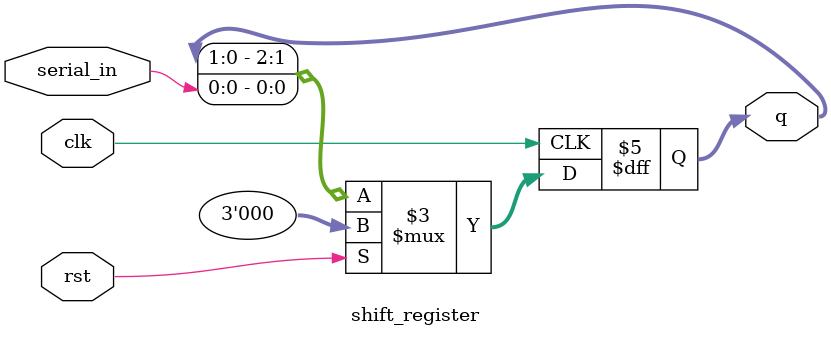
<source format=v>
module shift_register (
    input  wire clk,     // clock input
    input  wire rst,     // synchronous reset
    input  wire serial_in, // serial data input
    output reg  [2:0] q   // 3-bit register output
);

always @(posedge clk) begin
    if (rst)
        q <= 3'b000;          // reset all bits
    else
        q <= {q[1:0], serial_in}; // shift left
end

endmodule

</source>
